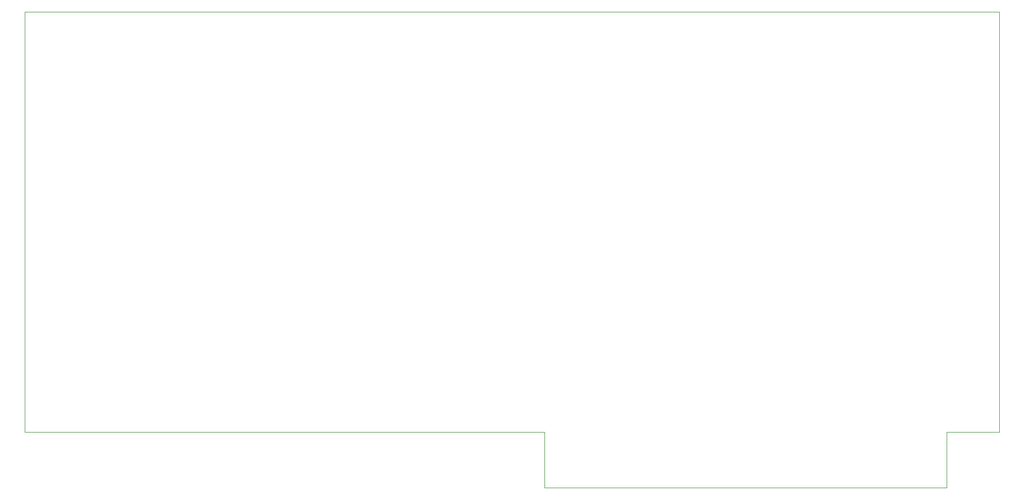
<source format=gbr>
G04 #@! TF.GenerationSoftware,KiCad,Pcbnew,(6.0.2)*
G04 #@! TF.CreationDate,2022-05-25T19:57:35-05:00*
G04 #@! TF.ProjectId,Apple2Card,4170706c-6532-4436-9172-642e6b696361,rev?*
G04 #@! TF.SameCoordinates,Original*
G04 #@! TF.FileFunction,Profile,NP*
%FSLAX46Y46*%
G04 Gerber Fmt 4.6, Leading zero omitted, Abs format (unit mm)*
G04 Created by KiCad (PCBNEW (6.0.2)) date 2022-05-25 19:57:35*
%MOMM*%
%LPD*%
G01*
G04 APERTURE LIST*
G04 #@! TA.AperFunction,Profile*
%ADD10C,0.100000*%
G04 #@! TD*
G04 APERTURE END LIST*
D10*
X184404000Y-94488000D02*
X193040000Y-94488000D01*
X118364000Y-103632000D02*
X184404000Y-103632000D01*
X33020000Y-94488000D02*
X118364000Y-94488000D01*
X118364000Y-94488000D02*
X118364000Y-103632000D01*
X193040000Y-25400000D02*
X33020000Y-25400000D01*
X33020000Y-25400000D02*
X33020000Y-94488000D01*
X184404000Y-103632000D02*
X184404000Y-94488000D01*
X193040000Y-94488000D02*
X193040000Y-25400000D01*
M02*

</source>
